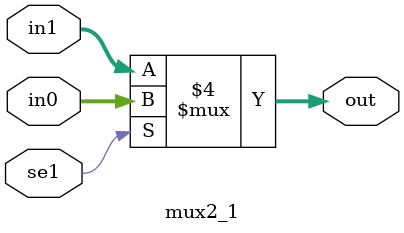
<source format=v>
`timescale 1ns / 1ps


//this is a implementation of a 2 to 1 multiplexer
module mux2_1(in0,in1,se1,out);

    input se1;        //immediae value
    input [7:0] in0; 
    input [7:0] in1;  // register output
    
    output [7:0] out;
    reg out;
    
    always @ (in0,in1,se1) begin
        if(se1==1'b1) begin
            out = in0;
        end 
        else begin
            out = in1;
        end
    end    
endmodule
</source>
